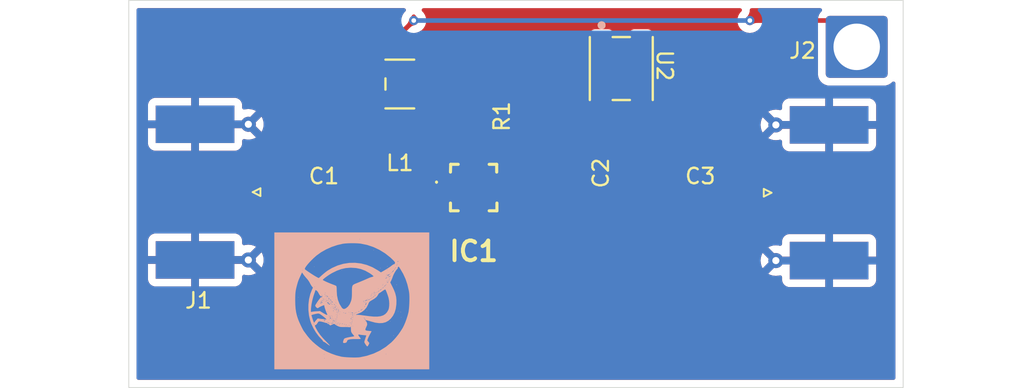
<source format=kicad_pcb>
(kicad_pcb (version 20240108) (generator "pcbnew") (generator_version "8.0")
  (layers (0 "F.Cu" power) (31 "B.Cu" signal) (34 "B.Paste" user) (35 "F.Paste" user) (36 "B.SilkS" user "B.Silkscreen") (37 "F.SilkS" user "F.Silkscreen") (38 "B.Mask" user) (39 "F.Mask" user) (44 "Edge.Cuts" user))
  (net 0 "")
  (net 1 "Net-(J1-In)")
  (net 2 "Net-(IC1-NOT_USED_1)")
  (net 3 "GND")
  (net 4 "Net-(IC1-NOT_USED_4)")
  (net 6 "Net-(IC1-BIAS)")
  (net 7 "Net-(U1-Vout)")
  (net 11 "+12V")
  (net 13 "Net-(J3-In)")
  (footprint "PMA-545+:PMA545" (layer "F.Cu") (at 131.27 74.085)
    (property "Reference" "IC1" (at 0 4.115 0) (layer "F.SilkS") (effects (font (size 1.27 1.27) (thickness 0.254))))
    (property "Value" "PMA-545+" (hide yes))
    (pad "1" smd rect (at -1.485 -0.33 90) (size 0.3 0.79) (layers "F.Cu" "F.Paste" "F.Mask") (net 2 "Net-(IC1-NOT_USED_1)"))
    (pad "2" smd rect (at -1.485 0.33 90) (size 0.3 0.79) (layers "F.Cu" "F.Paste" "F.Mask") (net 2 "Net-(IC1-NOT_USED_1)"))
    (pad "3" smd rect (at -0.33 1.485) (size 0.3 0.79) (layers "F.Cu" "F.Paste" "F.Mask") (net 3 "GND"))
    (pad "4" smd rect (at 0.33 1.485) (size 0.3 0.79) (layers "F.Cu" "F.Paste" "F.Mask") (net 3 "GND"))
    (pad "5" smd rect (at 1.485 0.33 90) (size 0.3 0.79) (layers "F.Cu" "F.Paste" "F.Mask") (net 4 "Net-(IC1-NOT_USED_4)"))
    (pad "6" smd rect (at 1.485 -0.33 90) (size 0.3 0.79) (layers "F.Cu" "F.Paste" "F.Mask") (net 4 "Net-(IC1-NOT_USED_4)"))
    (pad "7" smd rect (at 0.33 -1.485) (size 0.3 0.79) (layers "F.Cu" "F.Paste" "F.Mask") (net 6 "Net-(IC1-BIAS)"))
    (pad "8" smd rect (at -0.33 -1.485) (size 0.3 0.79) (layers "F.Cu" "F.Paste" "F.Mask"))
    (pad "9" smd rect (at 0 0) (size 1.7 1.7) (layers "F.Cu" "F.Paste" "F.Mask") (net 3 "GND"))
  )
  (footprint "TCCH-80+:GU1604_MNC" (layer "F.Cu") (at 140.8 66.4 -90)
    (property "Reference" "U2" (at -0.2 -2.8 -90) (layer "F.SilkS"))
    (property "Value" "TCCH-80+" (hide yes))
    (pad "1" smd rect (at -1.397 1.27 270) (size 1.27 0.762) (layers "F.Cu" "F.Paste" "F.Mask") (net 7 "Net-(U1-Vout)"))
    (pad "2" smd rect (at -1.397 -1.27 270) (size 1.27 0.762) (layers "F.Cu" "F.Paste" "F.Mask"))
    (pad "3" smd rect (at 1.397 -1.27 270) (size 1.27 0.762) (layers "F.Cu" "F.Paste" "F.Mask") (net 4 "Net-(IC1-NOT_USED_4)"))
    (pad "4" smd rect (at 1.397 1.27 270) (size 1.27 0.762) (layers "F.Cu" "F.Paste" "F.Mask"))
  )
  (footprint "Connector_Coaxial:SMA_Molex_73251-1153_EdgeMount_Horizontal" (layer "F.Cu") (at 115 74.38)
    (property "Reference" "J1" (at -1.5 7 360) (layer "F.SilkS"))
    (property "Value" "Conn_Coaxial_Small" (hide yes))
    (pad "1" smd rect (at -1.72 0) (size 5.08 2.29) (layers "F.Cu" "F.Paste" "F.Mask") (net 1 "Net-(J1-In)"))
    (pad "2" smd rect (at -1.72 -4.38) (size 5.08 2.42) (layers "F.Cu" "F.Paste" "F.Mask") (net 3 "GND"))
    (pad "2" smd rect (at -1.72 -4.38) (size 5.08 2.42) (layers "B.Cu" "B.Paste" "B.Mask") (net 3 "GND"))
    (pad "2" smd rect (at -1.72 4.38) (size 5.08 2.42) (layers "F.Cu" "F.Paste" "F.Mask") (net 3 "GND"))
    (pad "2" smd rect (at -1.72 4.38) (size 5.08 2.42) (layers "B.Cu" "B.Paste" "B.Mask") (net 3 "GND"))
    (pad "2" smd rect (at 1.27 -4.38) (size 0.95 0.46) (layers "F.Cu") (net 3 "GND"))
    (pad "2" smd rect (at 1.27 -4.38) (size 0.95 0.46) (layers "B.Cu") (net 3 "GND"))
    (pad "2" smd rect (at 1.27 4.38) (size 0.95 0.46) (layers "F.Cu") (net 3 "GND"))
    (pad "2" smd rect (at 1.27 4.38) (size 0.95 0.46) (layers "B.Cu") (net 3 "GND"))
    (pad "2" thru_hole circle (at 1.72 -4.38) (size 0.97 0.97) (drill 0.46) (layers "*.Cu") (net 3 "GND"))
    (pad "2" thru_hole circle (at 1.72 4.38) (size 0.97 0.97) (drill 0.46) (layers "*.Cu") (net 3 "GND"))
  )
  (footprint "Capacitor_SMD:C_0201_0603Metric_Pad0.64x0.40mm_HandSolder" (layer "F.Cu") (at 121.6 74.4)
    (property "Reference" "C1" (at 0 -1.05 0) (layer "F.SilkS"))
    (property "Value" "0.1 uF" (hide yes))
    (pad "1" smd roundrect (at -0.4075 0) (size 0.635 0.4) (layers "F.Cu" "F.Mask") (net 1 "Net-(J1-In)"))
    (pad "2" smd roundrect (at 0.4075 0) (size 0.635 0.4) (layers "F.Cu" "F.Mask") (net 2 "Net-(IC1-NOT_USED_1)"))
  )
  (footprint "Connector_Wire:SolderWire-2.5sqmm_1x01_D2.4mm_OD3.6mm" (layer "F.Cu") (at 156 65 180)
    (property "Reference" "J2" (at 3.5 -0.25 180) (layer "F.SilkS"))
    (property "Value" "Conn_01x01" (hide yes))
    (pad "1" thru_hole roundrect (at 0 0 180) (size 4 4) (drill 3) (layers "*.Cu" "*.Mask") (roundrect_rratio 0.0625) (net 11 "+12V"))
  )
  (footprint "MC78LC30NTRG:TSOT23-5_ONS" (layer "F.Cu") (at 126.5 67.4 180)
    (property "Reference" "U1" (hide yes))
    (property "Value" "MC78LC30NTRG" (hide yes))
    (pad "1" smd rect (at -1.27635 -0.950001 180) (size 0.9525 0.508) (layers "F.Cu" "F.Paste" "F.Mask") (net 3 "GND"))
    (pad "2" smd rect (at -1.27635 0 180) (size 0.9525 0.508) (layers "F.Cu" "F.Paste" "F.Mask") (net 11 "+12V"))
    (pad "3" smd rect (at -1.27635 0.950001 180) (size 0.9525 0.508) (layers "F.Cu" "F.Paste" "F.Mask") (net 7 "Net-(U1-Vout)"))
    (pad "4" smd rect (at 1.27635 0.950001 180) (size 0.9525 0.508) (layers "F.Cu" "F.Paste" "F.Mask"))
    (pad "5" smd rect (at 1.27635 -0.950001 180) (size 0.9525 0.508) (layers "F.Cu" "F.Paste" "F.Mask"))
  )
  (footprint "Capacitor_SMD:C_0201_0603Metric_Pad0.64x0.40mm_HandSolder" (layer "F.Cu") (at 145.9 74.4)
    (property "Reference" "C3" (at 0 -1.05 360) (layer "F.SilkS"))
    (property "Value" "0.1 uF" (hide yes))
    (pad "1" smd roundrect (at -0.4075 0) (size 0.635 0.4) (layers "F.Cu" "F.Mask") (net 4 "Net-(IC1-NOT_USED_4)"))
    (pad "2" smd roundrect (at 0.4075 0) (size 0.635 0.4) (layers "F.Cu" "F.Mask") (net 13 "Net-(J3-In)"))
  )
  (footprint "Inductor_SMD:L_0201_0603Metric_Pad0.64x0.40mm_HandSolder" (layer "F.Cu") (at 126.5 74 -90)
    (property "Reference" "L1" (at -1.5 0 180) (layer "F.SilkS"))
    (property "Value" "390 nH" (hide yes))
    (pad "1" smd roundrect (at -0.4075 0 270) (size 0.635 0.4) (layers "F.Cu" "F.Mask") (net 6 "Net-(IC1-BIAS)"))
    (pad "2" smd roundrect (at 0.4075 0 270) (size 0.635 0.4) (layers "F.Cu" "F.Mask") (net 2 "Net-(IC1-NOT_USED_1)"))
  )
  (footprint "Capacitor_SMD:C_0201_0603Metric_Pad0.64x0.40mm_HandSolder" (layer "F.Cu") (at 138.43 73.152 -90)
    (property "Reference" "C2" (at 0 -1.05 90) (layer "F.SilkS"))
    (property "Value" "0.1 uF" (hide yes))
    (pad "1" smd roundrect (at -0.4075 0 270) (size 0.635 0.4) (layers "F.Cu" "F.Mask") (net 3 "GND"))
    (pad "2" smd roundrect (at 0.4075 0 270) (size 0.635 0.4) (layers "F.Cu" "F.Mask") (net 7 "Net-(U1-Vout)"))
  )
  (footprint "Resistor_SMD:R_0201_0603Metric_Pad0.64x0.40mm_HandSolder" (layer "F.Cu") (at 131.6 69.5 -90)
    (property "Reference" "R1" (at 0 -1.485 90) (layer "F.SilkS"))
    (property "Value" "432 ohm" (hide yes))
    (pad "1" smd roundrect (at -0.4075 0 270) (size 0.635 0.4) (layers "F.Cu" "F.Mask") (net 7 "Net-(U1-Vout)"))
    (pad "2" smd roundrect (at 0.4075 0 270) (size 0.635 0.4) (layers "F.Cu" "F.Mask") (net 6 "Net-(IC1-BIAS)"))
  )
  (footprint "Connector_Coaxial:SMA_Molex_73251-1153_EdgeMount_Horizontal" (layer "F.Cu") (at 152.5 74.42 180)
    (property "Reference" "J3" (hide yes))
    (property "Value" "Conn_Coaxial_Small" (hide yes))
    (pad "1" smd rect (at -1.72 0 180) (size 5.08 2.29) (layers "F.Cu" "F.Paste" "F.Mask") (net 13 "Net-(J3-In)"))
    (pad "2" smd rect (at -1.72 -4.38 180) (size 5.08 2.42) (layers "F.Cu" "F.Paste" "F.Mask") (net 3 "GND"))
    (pad "2" smd rect (at -1.72 -4.38 180) (size 5.08 2.42) (layers "B.Cu" "B.Paste" "B.Mask") (net 3 "GND"))
    (pad "2" smd rect (at -1.72 4.38 180) (size 5.08 2.42) (layers "F.Cu" "F.Paste" "F.Mask") (net 3 "GND"))
    (pad "2" smd rect (at -1.72 4.38 180) (size 5.08 2.42) (layers "B.Cu" "B.Paste" "B.Mask") (net 3 "GND"))
    (pad "2" smd rect (at 1.27 -4.38 180) (size 0.95 0.46) (layers "F.Cu") (net 3 "GND"))
    (pad "2" smd rect (at 1.27 -4.38 180) (size 0.95 0.46) (layers "B.Cu") (net 3 "GND"))
    (pad "2" smd rect (at 1.27 4.38 180) (size 0.95 0.46) (layers "F.Cu") (net 3 "GND"))
    (pad "2" smd rect (at 1.27 4.38 180) (size 0.95 0.46) (layers "B.Cu") (net 3 "GND"))
    (pad "2" thru_hole circle (at 1.72 -4.38 180) (size 0.97 0.97) (drill 0.46) (layers "*.Cu") (net 3 "GND"))
    (pad "2" thru_hole circle (at 1.72 4.38 180) (size 0.97 0.97) (drill 0.46) (layers "*.Cu") (net 3 "GND"))
  )
  (footprint "LOGO" (layer "B.Cu") (at 123.4 81.4 180)
    (property "Reference" "G***" (hide yes))
    (property "Value" "LOGO" (hide yes))
  )
  (gr_rect (start 109 62) (end 159 87) (stroke (width 0.05)) (fill none) (layer "Edge.Cuts"))
  (segment (start 113.28 74.38) (end 121.1725 74.38) (width 0.3) (layer "F.Cu") (net 1))
  (segment (start 121.1725 74.38) (end 121.1925 74.4) (width 0.3) (layer "F.Cu") (net 1))
  (segment (start 126.5 74.4075) (end 128.1 74.4075) (width 0.3) (layer "F.Cu") (net 2))
  (segment (start 129.7775 74.4075) (end 129.785 74.415) (width 0.3) (layer "F.Cu") (net 2))
  (segment (start 129.785 73.755) (end 128.7525 73.755) (width 0.3) (layer "F.Cu") (net 2))
  (segment (start 122.0075 74.4) (end 126.4925 74.4) (width 0.3) (layer "F.Cu") (net 2))
  (segment (start 128.1 74.4075) (end 129.7775 74.4075) (width 0.3) (layer "F.Cu") (net 2))
  (segment (start 128.7525 73.755) (end 128.1 74.4075) (width 0.3) (layer "F.Cu") (net 2))
  (segment (start 126.4925 74.4) (end 126.5 74.4075) (width 0.3) (layer "F.Cu") (net 2))
  (segment (start 131.27 75.24) (end 131.6 75.57) (width 0.3) (layer "F.Cu") (net 3))
  (segment (start 131.27 74.085) (end 131.27 75.24) (width 0.3) (layer "F.Cu") (net 3))
  (segment (start 142.07 70.9775) (end 142.07 67.797) (width 0.3) (layer "F.Cu") (net 4))
  (segment (start 145.4925 74.4) (end 143.7 74.4) (width 0.3) (layer "F.Cu") (net 4))
  (segment (start 134.555 73.755) (end 135.2 74.4) (width 0.3) (layer "F.Cu") (net 4))
  (segment (start 145.4925 74.4) (end 142.07 70.9775) (width 0.3) (layer "F.Cu") (net 4))
  (segment (start 135.2 74.4) (end 132.77 74.4) (width 0.3) (layer "F.Cu") (net 4))
  (segment (start 132.755 73.755) (end 134.555 73.755) (width 0.3) (layer "F.Cu") (net 4))
  (segment (start 143.7 74.4) (end 135.2 74.4) (width 0.3) (layer "F.Cu") (net 4))
  (segment (start 132.77 74.4) (end 132.755 74.415) (width 0.3) (layer "F.Cu") (net 4))
  (segment (start 128.6925 71.4) (end 131.095 71.4) (width 0.3) (layer "F.Cu") (net 6))
  (segment (start 131.6 71.905) (end 131.6 72.6) (width 0.3) (layer "F.Cu") (net 6))
  (segment (start 131.095 71.4) (end 131.6 71.905) (width 0.3) (layer "F.Cu") (net 6))
  (segment (start 131.6 69.9075) (end 131.6 71.905) (width 0.3) (layer "F.Cu") (net 6))
  (segment (start 126.5 73.5925) (end 128.6925 71.4) (width 0.3) (layer "F.Cu") (net 6))
  (segment (start 127.77635 66.449999) (end 128.957499 66.449999) (width 0.3) (layer "F.Cu") (net 7))
  (segment (start 131.1205 66.449999) (end 129.4 66.449999) (width 0.3) (layer "F.Cu") (net 7))
  (segment (start 129.4 66.449999) (end 127.77635 66.449999) (width 0.3) (layer "F.Cu") (net 7))
  (segment (start 138.230001 73.5595) (end 131.1205 66.449999) (width 0.3) (layer "F.Cu") (net 7))
  (segment (start 138.43 73.5595) (end 138.230001 73.5595) (width 0.3) (layer "F.Cu") (net 7))
  (segment (start 132.567499 65.003) (end 139.53 65.003) (width 0.3) (layer "F.Cu") (net 7))
  (segment (start 128.957499 66.449999) (end 131.6 69.0925) (width 0.3) (layer "F.Cu") (net 7))
  (segment (start 131.1205 66.449999) (end 132.567499 65.003) (width 0.3) (layer "F.Cu") (net 7))
  (segment (start 127.77635 67.4) (end 127.5 67.4) (width 0.3) (layer "F.Cu") (net 11))
  (segment (start 127.5 67.4) (end 126.3 66.2) (width 0.3) (layer "F.Cu") (net 11))
  (segment (start 149.1 63.3) (end 154.3 63.3) (width 0.3) (layer "F.Cu") (net 11))
  (segment (start 154.3 63.3) (end 156 65) (width 0.3) (layer "F.Cu") (net 11))
  (segment (start 126.3 64.4) (end 127.4 63.3) (width 0.3) (layer "F.Cu") (net 11))
  (segment (start 126.3 66.2) (end 126.3 64.4) (width 0.3) (layer "F.Cu") (net 11))
  (via (at 127.4 63.3) (size 0.6) (drill 0.3) (layers "F.Cu" "B.Cu") (net 11))
  (via (at 149.1 63.3) (size 0.6) (drill 0.3) (layers "F.Cu" "B.Cu") (net 11))
  (segment (start 127.4 63.3) (end 149.1 63.3) (width 0.3) (layer "B.Cu") (net 11))
  (segment (start 146.3275 74.42) (end 146.3075 74.4) (width 0.3) (layer "F.Cu") (net 13))
  (segment (start 154.22 74.42) (end 146.3275 74.42) (width 0.3) (layer "F.Cu") (net 13))
  (zone (net 11) (net_name "+12V") (layer "F.Cu") (connect_pads (clearance 0.5)) (min_thickness 0.25) (fill yes (thermal_gap 0.5) (thermal_bridge_width 0.5))
    (polygon (pts (xy 109 62) (xy 109 87) (xy 159 87) (xy 159 62)))
  )
  (zone (net 3) (net_name "GND") (layer "F.Cu") (priority 2) (connect_pads (clearance 0.5)) (min_thickness 0.25) (fill yes (thermal_gap 0.5) (thermal_bridge_width 0.5))
    (polygon (pts (xy 109 62) (xy 109 87) (xy 159 87) (xy 159 62)))
  )
  (zone (net 3) (net_name "GND") (layer "B.Cu") (priority 3) (connect_pads (clearance 0.5)) (min_thickness 0.25) (fill yes (thermal_gap 0.5) (thermal_bridge_width 0.5))
    (polygon (pts (xy 109 62) (xy 109 87) (xy 159 87) (xy 159 62)))
  )
)
</source>
